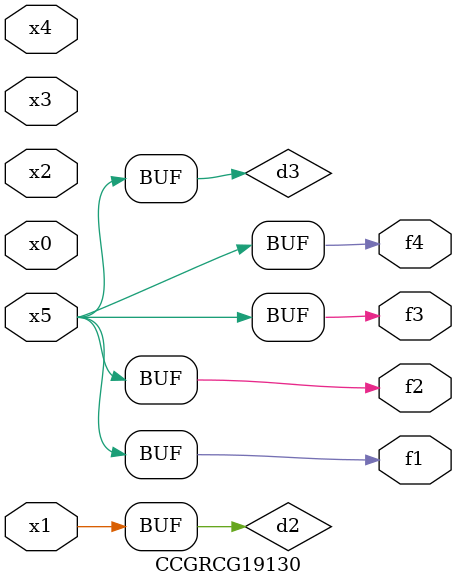
<source format=v>
module CCGRCG19130(
	input x0, x1, x2, x3, x4, x5,
	output f1, f2, f3, f4
);

	wire d1, d2, d3;

	not (d1, x5);
	or (d2, x1);
	xnor (d3, d1);
	assign f1 = d3;
	assign f2 = d3;
	assign f3 = d3;
	assign f4 = d3;
endmodule

</source>
